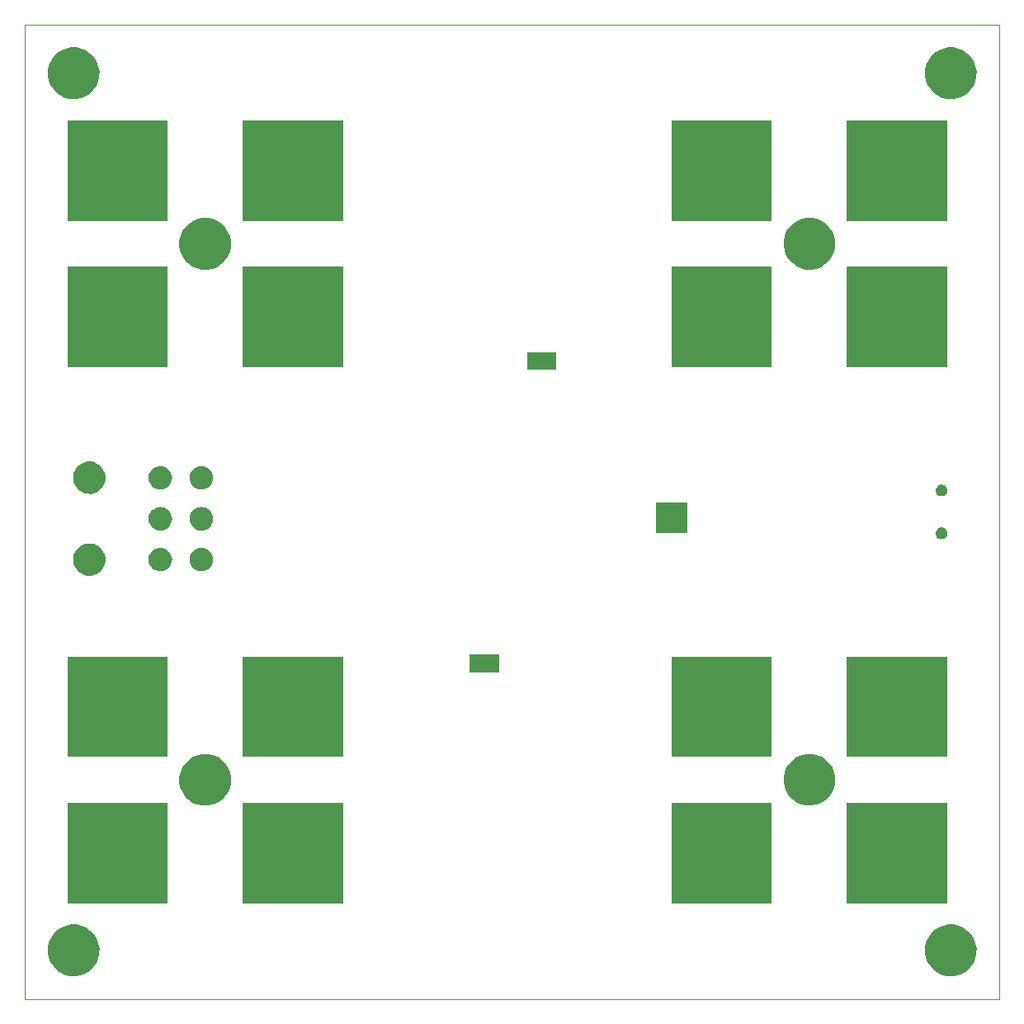
<source format=gbs>
G04 (created by PCBNEW (2013-mar-13)-testing) date Mon 22 Jul 2013 04:48:15 PM ICT*
%MOIN*%
G04 Gerber Fmt 3.4, Leading zero omitted, Abs format*
%FSLAX34Y34*%
G01*
G70*
G90*
G04 APERTURE LIST*
%ADD10C,0.00393701*%
G04 APERTURE END LIST*
G54D10*
X38779Y-61023D02*
X78149Y-61023D01*
X78149Y-61023D02*
X78149Y-21653D01*
X78149Y-21653D02*
X38779Y-21653D01*
X38779Y-21653D02*
X38779Y-61023D01*
G36*
X41792Y-23521D02*
X41789Y-23752D01*
X41743Y-23954D01*
X41661Y-24139D01*
X41541Y-24308D01*
X41395Y-24448D01*
X41219Y-24559D01*
X41031Y-24632D01*
X40827Y-24668D01*
X40625Y-24664D01*
X40422Y-24619D01*
X40237Y-24538D01*
X40066Y-24420D01*
X39926Y-24275D01*
X39813Y-24100D01*
X39739Y-23912D01*
X39702Y-23708D01*
X39704Y-23506D01*
X39748Y-23303D01*
X39827Y-23117D01*
X39945Y-22946D01*
X40089Y-22805D01*
X40263Y-22691D01*
X40450Y-22615D01*
X40654Y-22576D01*
X40855Y-22578D01*
X41060Y-22620D01*
X41245Y-22697D01*
X41418Y-22814D01*
X41560Y-22957D01*
X41675Y-23131D01*
X41752Y-23316D01*
X41792Y-23521D01*
X41792Y-23521D01*
G37*
G36*
X41792Y-58954D02*
X41789Y-59185D01*
X41743Y-59387D01*
X41661Y-59572D01*
X41541Y-59741D01*
X41395Y-59881D01*
X41219Y-59992D01*
X41031Y-60065D01*
X40827Y-60101D01*
X40625Y-60097D01*
X40422Y-60052D01*
X40237Y-59971D01*
X40066Y-59853D01*
X39926Y-59708D01*
X39813Y-59533D01*
X39739Y-59345D01*
X39702Y-59141D01*
X39704Y-58939D01*
X39748Y-58736D01*
X39827Y-58551D01*
X39945Y-58379D01*
X40089Y-58238D01*
X40263Y-58124D01*
X40450Y-58048D01*
X40654Y-58009D01*
X40855Y-58011D01*
X41060Y-58053D01*
X41245Y-58131D01*
X41418Y-58247D01*
X41560Y-58390D01*
X41675Y-58564D01*
X41752Y-58749D01*
X41792Y-58954D01*
X41792Y-58954D01*
G37*
G36*
X42029Y-39898D02*
X42027Y-40041D01*
X41998Y-40168D01*
X41947Y-40282D01*
X41872Y-40389D01*
X41782Y-40475D01*
X41672Y-40545D01*
X41555Y-40590D01*
X41427Y-40613D01*
X41302Y-40610D01*
X41175Y-40582D01*
X41061Y-40532D01*
X40953Y-40458D01*
X40867Y-40368D01*
X40796Y-40258D01*
X40750Y-40142D01*
X40727Y-40014D01*
X40728Y-39889D01*
X40755Y-39761D01*
X40804Y-39647D01*
X40878Y-39539D01*
X40967Y-39452D01*
X41077Y-39380D01*
X41192Y-39334D01*
X41321Y-39309D01*
X41445Y-39310D01*
X41573Y-39337D01*
X41688Y-39385D01*
X41796Y-39458D01*
X41884Y-39546D01*
X41956Y-39655D01*
X42004Y-39770D01*
X42004Y-39772D01*
X42029Y-39898D01*
X42029Y-39898D01*
G37*
G36*
X42029Y-43204D02*
X42027Y-43347D01*
X41998Y-43474D01*
X41947Y-43588D01*
X41872Y-43695D01*
X41782Y-43781D01*
X41672Y-43851D01*
X41555Y-43896D01*
X41427Y-43919D01*
X41302Y-43916D01*
X41175Y-43888D01*
X41061Y-43838D01*
X40953Y-43764D01*
X40867Y-43674D01*
X40796Y-43564D01*
X40750Y-43448D01*
X40727Y-43320D01*
X40728Y-43195D01*
X40755Y-43067D01*
X40804Y-42953D01*
X40878Y-42845D01*
X40967Y-42758D01*
X41077Y-42686D01*
X41192Y-42640D01*
X41321Y-42615D01*
X41445Y-42616D01*
X41573Y-42643D01*
X41688Y-42691D01*
X41796Y-42764D01*
X41884Y-42852D01*
X41956Y-42961D01*
X42004Y-43076D01*
X42004Y-43078D01*
X42029Y-43204D01*
X42029Y-43204D01*
G37*
G36*
X44547Y-29586D02*
X40491Y-29586D01*
X40491Y-25531D01*
X44547Y-25531D01*
X44547Y-29586D01*
X44547Y-29586D01*
G37*
G36*
X44547Y-35492D02*
X40491Y-35492D01*
X40491Y-31436D01*
X44547Y-31436D01*
X44547Y-35492D01*
X44547Y-35492D01*
G37*
G36*
X44547Y-51240D02*
X40491Y-51240D01*
X40491Y-47184D01*
X44547Y-47184D01*
X44547Y-51240D01*
X44547Y-51240D01*
G37*
G36*
X44547Y-57146D02*
X40491Y-57146D01*
X40491Y-53090D01*
X44547Y-53090D01*
X44547Y-57146D01*
X44547Y-57146D01*
G37*
G36*
X44726Y-39962D02*
X44726Y-39966D01*
X44725Y-39969D01*
X44725Y-39970D01*
X44715Y-40061D01*
X44715Y-40061D01*
X44715Y-40062D01*
X44687Y-40149D01*
X44642Y-40230D01*
X44583Y-40301D01*
X44511Y-40359D01*
X44430Y-40402D01*
X44341Y-40428D01*
X44249Y-40436D01*
X44157Y-40426D01*
X44069Y-40399D01*
X43988Y-40355D01*
X43917Y-40296D01*
X43858Y-40225D01*
X43815Y-40143D01*
X43788Y-40055D01*
X43779Y-39959D01*
X43779Y-39955D01*
X43779Y-39952D01*
X43779Y-39952D01*
X43790Y-39860D01*
X43790Y-39860D01*
X43790Y-39860D01*
X43817Y-39772D01*
X43862Y-39691D01*
X43921Y-39620D01*
X43993Y-39562D01*
X44075Y-39520D01*
X44164Y-39494D01*
X44255Y-39485D01*
X44347Y-39495D01*
X44435Y-39522D01*
X44517Y-39566D01*
X44588Y-39625D01*
X44646Y-39697D01*
X44690Y-39778D01*
X44716Y-39866D01*
X44726Y-39962D01*
X44726Y-39962D01*
G37*
G36*
X44726Y-41615D02*
X44726Y-41619D01*
X44725Y-41622D01*
X44725Y-41623D01*
X44715Y-41714D01*
X44715Y-41714D01*
X44715Y-41715D01*
X44687Y-41802D01*
X44642Y-41883D01*
X44583Y-41954D01*
X44511Y-42012D01*
X44430Y-42055D01*
X44341Y-42081D01*
X44249Y-42089D01*
X44157Y-42079D01*
X44069Y-42052D01*
X43988Y-42008D01*
X43917Y-41949D01*
X43858Y-41878D01*
X43815Y-41796D01*
X43788Y-41708D01*
X43779Y-41612D01*
X43779Y-41608D01*
X43779Y-41605D01*
X43779Y-41605D01*
X43790Y-41513D01*
X43790Y-41513D01*
X43790Y-41513D01*
X43817Y-41425D01*
X43862Y-41344D01*
X43921Y-41273D01*
X43993Y-41215D01*
X44075Y-41173D01*
X44164Y-41147D01*
X44255Y-41138D01*
X44347Y-41148D01*
X44435Y-41175D01*
X44517Y-41219D01*
X44588Y-41278D01*
X44646Y-41350D01*
X44690Y-41431D01*
X44716Y-41519D01*
X44726Y-41615D01*
X44726Y-41615D01*
G37*
G36*
X44726Y-43268D02*
X44726Y-43272D01*
X44725Y-43275D01*
X44725Y-43276D01*
X44715Y-43367D01*
X44715Y-43367D01*
X44715Y-43368D01*
X44687Y-43455D01*
X44642Y-43536D01*
X44583Y-43607D01*
X44511Y-43665D01*
X44430Y-43708D01*
X44341Y-43734D01*
X44249Y-43742D01*
X44157Y-43732D01*
X44069Y-43705D01*
X43988Y-43661D01*
X43917Y-43602D01*
X43858Y-43531D01*
X43815Y-43449D01*
X43788Y-43361D01*
X43779Y-43265D01*
X43779Y-43261D01*
X43779Y-43258D01*
X43779Y-43258D01*
X43790Y-43166D01*
X43790Y-43166D01*
X43790Y-43166D01*
X43817Y-43078D01*
X43862Y-42997D01*
X43921Y-42926D01*
X43993Y-42868D01*
X44075Y-42826D01*
X44164Y-42800D01*
X44255Y-42791D01*
X44347Y-42801D01*
X44435Y-42828D01*
X44517Y-42872D01*
X44588Y-42931D01*
X44646Y-43003D01*
X44690Y-43084D01*
X44716Y-43172D01*
X44726Y-43268D01*
X44726Y-43268D01*
G37*
G36*
X46378Y-39962D02*
X46378Y-39966D01*
X46377Y-39969D01*
X46377Y-39970D01*
X46367Y-40061D01*
X46367Y-40061D01*
X46367Y-40062D01*
X46339Y-40149D01*
X46294Y-40230D01*
X46235Y-40301D01*
X46163Y-40359D01*
X46082Y-40402D01*
X45993Y-40428D01*
X45901Y-40436D01*
X45809Y-40426D01*
X45721Y-40399D01*
X45640Y-40355D01*
X45569Y-40296D01*
X45510Y-40225D01*
X45467Y-40143D01*
X45440Y-40055D01*
X45431Y-39959D01*
X45431Y-39955D01*
X45431Y-39952D01*
X45431Y-39952D01*
X45442Y-39860D01*
X45442Y-39860D01*
X45442Y-39860D01*
X45469Y-39772D01*
X45514Y-39691D01*
X45573Y-39620D01*
X45645Y-39562D01*
X45727Y-39520D01*
X45816Y-39494D01*
X45907Y-39485D01*
X45999Y-39495D01*
X46087Y-39522D01*
X46169Y-39566D01*
X46240Y-39625D01*
X46298Y-39697D01*
X46342Y-39778D01*
X46368Y-39866D01*
X46378Y-39962D01*
X46378Y-39962D01*
G37*
G36*
X46378Y-41615D02*
X46378Y-41619D01*
X46377Y-41622D01*
X46377Y-41623D01*
X46367Y-41714D01*
X46367Y-41714D01*
X46367Y-41715D01*
X46339Y-41802D01*
X46294Y-41883D01*
X46235Y-41954D01*
X46163Y-42012D01*
X46082Y-42055D01*
X45993Y-42081D01*
X45901Y-42089D01*
X45809Y-42079D01*
X45721Y-42052D01*
X45640Y-42008D01*
X45569Y-41949D01*
X45510Y-41878D01*
X45467Y-41796D01*
X45440Y-41708D01*
X45431Y-41612D01*
X45431Y-41608D01*
X45431Y-41605D01*
X45431Y-41605D01*
X45442Y-41513D01*
X45442Y-41513D01*
X45442Y-41513D01*
X45469Y-41425D01*
X45514Y-41344D01*
X45573Y-41273D01*
X45645Y-41215D01*
X45727Y-41173D01*
X45816Y-41147D01*
X45907Y-41138D01*
X45999Y-41148D01*
X46087Y-41175D01*
X46169Y-41219D01*
X46240Y-41278D01*
X46298Y-41350D01*
X46342Y-41431D01*
X46368Y-41519D01*
X46378Y-41615D01*
X46378Y-41615D01*
G37*
G36*
X46378Y-43268D02*
X46378Y-43272D01*
X46377Y-43275D01*
X46377Y-43276D01*
X46367Y-43367D01*
X46367Y-43367D01*
X46367Y-43368D01*
X46339Y-43455D01*
X46294Y-43536D01*
X46235Y-43607D01*
X46163Y-43665D01*
X46082Y-43708D01*
X45993Y-43734D01*
X45901Y-43742D01*
X45809Y-43732D01*
X45721Y-43705D01*
X45640Y-43661D01*
X45569Y-43602D01*
X45510Y-43531D01*
X45467Y-43449D01*
X45440Y-43361D01*
X45431Y-43265D01*
X45431Y-43261D01*
X45431Y-43258D01*
X45431Y-43258D01*
X45442Y-43166D01*
X45442Y-43166D01*
X45442Y-43166D01*
X45469Y-43078D01*
X45514Y-42997D01*
X45573Y-42926D01*
X45645Y-42868D01*
X45727Y-42826D01*
X45816Y-42800D01*
X45907Y-42791D01*
X45999Y-42801D01*
X46087Y-42828D01*
X46169Y-42872D01*
X46240Y-42931D01*
X46298Y-43003D01*
X46342Y-43084D01*
X46368Y-43172D01*
X46378Y-43268D01*
X46378Y-43268D01*
G37*
G36*
X47107Y-30410D02*
X47104Y-30641D01*
X47058Y-30844D01*
X46976Y-31028D01*
X46856Y-31198D01*
X46710Y-31337D01*
X46534Y-31449D01*
X46346Y-31522D01*
X46141Y-31558D01*
X45940Y-31554D01*
X45737Y-31509D01*
X45552Y-31428D01*
X45381Y-31309D01*
X45241Y-31164D01*
X45128Y-30990D01*
X45054Y-30802D01*
X45017Y-30597D01*
X45019Y-30396D01*
X45063Y-30192D01*
X45142Y-30007D01*
X45260Y-29835D01*
X45404Y-29695D01*
X45578Y-29580D01*
X45764Y-29505D01*
X45969Y-29466D01*
X46170Y-29467D01*
X46375Y-29509D01*
X46560Y-29587D01*
X46733Y-29704D01*
X46875Y-29847D01*
X46990Y-30020D01*
X47067Y-30206D01*
X47107Y-30410D01*
X47107Y-30410D01*
G37*
G36*
X47107Y-52064D02*
X47104Y-52295D01*
X47058Y-52497D01*
X46976Y-52682D01*
X46856Y-52852D01*
X46710Y-52991D01*
X46534Y-53102D01*
X46346Y-53175D01*
X46141Y-53211D01*
X45940Y-53207D01*
X45737Y-53162D01*
X45552Y-53082D01*
X45381Y-52963D01*
X45241Y-52818D01*
X45128Y-52643D01*
X45054Y-52456D01*
X45017Y-52251D01*
X45019Y-52050D01*
X45063Y-51846D01*
X45142Y-51661D01*
X45260Y-51489D01*
X45404Y-51348D01*
X45578Y-51234D01*
X45764Y-51159D01*
X45969Y-51120D01*
X46170Y-51121D01*
X46375Y-51163D01*
X46560Y-51241D01*
X46733Y-51357D01*
X46875Y-51500D01*
X46990Y-51674D01*
X47067Y-51860D01*
X47107Y-52064D01*
X47107Y-52064D01*
G37*
G36*
X51634Y-29586D02*
X47578Y-29586D01*
X47578Y-25531D01*
X51634Y-25531D01*
X51634Y-29586D01*
X51634Y-29586D01*
G37*
G36*
X51634Y-35492D02*
X47578Y-35492D01*
X47578Y-31436D01*
X51634Y-31436D01*
X51634Y-35492D01*
X51634Y-35492D01*
G37*
G36*
X51634Y-51240D02*
X47578Y-51240D01*
X47578Y-47184D01*
X51634Y-47184D01*
X51634Y-51240D01*
X51634Y-51240D01*
G37*
G36*
X51634Y-57146D02*
X47578Y-57146D01*
X47578Y-53090D01*
X51634Y-53090D01*
X51634Y-57146D01*
X51634Y-57146D01*
G37*
G36*
X57933Y-47835D02*
X56751Y-47835D01*
X56751Y-47105D01*
X57933Y-47105D01*
X57933Y-47835D01*
X57933Y-47835D01*
G37*
G36*
X60256Y-35610D02*
X59074Y-35610D01*
X59074Y-34881D01*
X60256Y-34881D01*
X60256Y-35610D01*
X60256Y-35610D01*
G37*
G36*
X65551Y-42205D02*
X64570Y-42205D01*
X64563Y-42205D01*
X64290Y-42205D01*
X64290Y-40964D01*
X65551Y-40964D01*
X65551Y-42205D01*
X65551Y-42205D01*
G37*
G36*
X68957Y-29586D02*
X64901Y-29586D01*
X64901Y-25531D01*
X68957Y-25531D01*
X68957Y-29586D01*
X68957Y-29586D01*
G37*
G36*
X68957Y-35492D02*
X64901Y-35492D01*
X64901Y-31436D01*
X68957Y-31436D01*
X68957Y-35492D01*
X68957Y-35492D01*
G37*
G36*
X68957Y-51240D02*
X64901Y-51240D01*
X64901Y-47184D01*
X68957Y-47184D01*
X68957Y-51240D01*
X68957Y-51240D01*
G37*
G36*
X68957Y-57146D02*
X64901Y-57146D01*
X64901Y-53090D01*
X68957Y-53090D01*
X68957Y-57146D01*
X68957Y-57146D01*
G37*
G36*
X71517Y-30410D02*
X71513Y-30641D01*
X71467Y-30844D01*
X71385Y-31028D01*
X71265Y-31198D01*
X71119Y-31337D01*
X70944Y-31449D01*
X70756Y-31522D01*
X70551Y-31558D01*
X70349Y-31554D01*
X70146Y-31509D01*
X69961Y-31428D01*
X69791Y-31309D01*
X69650Y-31164D01*
X69538Y-30990D01*
X69464Y-30802D01*
X69426Y-30597D01*
X69429Y-30396D01*
X69472Y-30192D01*
X69551Y-30007D01*
X69669Y-29835D01*
X69813Y-29695D01*
X69987Y-29580D01*
X70174Y-29505D01*
X70379Y-29466D01*
X70580Y-29467D01*
X70784Y-29509D01*
X70969Y-29587D01*
X71142Y-29704D01*
X71284Y-29847D01*
X71399Y-30020D01*
X71476Y-30206D01*
X71517Y-30410D01*
X71517Y-30410D01*
G37*
G36*
X71517Y-52064D02*
X71513Y-52295D01*
X71467Y-52497D01*
X71385Y-52682D01*
X71265Y-52852D01*
X71119Y-52991D01*
X70944Y-53102D01*
X70756Y-53175D01*
X70551Y-53211D01*
X70349Y-53207D01*
X70146Y-53162D01*
X69961Y-53082D01*
X69791Y-52963D01*
X69650Y-52818D01*
X69538Y-52643D01*
X69464Y-52456D01*
X69426Y-52251D01*
X69429Y-52050D01*
X69472Y-51846D01*
X69551Y-51661D01*
X69669Y-51489D01*
X69813Y-51348D01*
X69987Y-51234D01*
X70174Y-51159D01*
X70379Y-51120D01*
X70580Y-51121D01*
X70784Y-51163D01*
X70969Y-51241D01*
X71142Y-51357D01*
X71284Y-51500D01*
X71399Y-51674D01*
X71476Y-51860D01*
X71517Y-52064D01*
X71517Y-52064D01*
G37*
G36*
X76043Y-29586D02*
X71987Y-29586D01*
X71987Y-25531D01*
X76043Y-25531D01*
X76043Y-29586D01*
X76043Y-29586D01*
G37*
G36*
X76043Y-35492D02*
X71987Y-35492D01*
X71987Y-31436D01*
X76043Y-31436D01*
X76043Y-35492D01*
X76043Y-35492D01*
G37*
G36*
X76043Y-51240D02*
X71987Y-51240D01*
X71987Y-47184D01*
X76043Y-47184D01*
X76043Y-51240D01*
X76043Y-51240D01*
G37*
G36*
X76043Y-57146D02*
X71987Y-57146D01*
X71987Y-53090D01*
X76043Y-53090D01*
X76043Y-57146D01*
X76043Y-57146D01*
G37*
G36*
X76045Y-40450D02*
X76044Y-40501D01*
X76033Y-40549D01*
X76015Y-40589D01*
X75987Y-40629D01*
X75955Y-40659D01*
X75913Y-40685D01*
X75873Y-40701D01*
X75824Y-40710D01*
X75781Y-40709D01*
X75732Y-40698D01*
X75692Y-40681D01*
X75652Y-40653D01*
X75622Y-40621D01*
X75595Y-40580D01*
X75579Y-40539D01*
X75570Y-40490D01*
X75570Y-40447D01*
X75581Y-40398D01*
X75598Y-40359D01*
X75626Y-40318D01*
X75657Y-40287D01*
X75698Y-40260D01*
X75738Y-40244D01*
X75787Y-40235D01*
X75830Y-40235D01*
X75880Y-40245D01*
X75919Y-40262D01*
X75961Y-40290D01*
X75991Y-40320D01*
X76019Y-40362D01*
X76035Y-40401D01*
X76045Y-40450D01*
X76045Y-40450D01*
G37*
G36*
X76045Y-42182D02*
X76044Y-42233D01*
X76033Y-42281D01*
X76015Y-42321D01*
X75987Y-42361D01*
X75955Y-42391D01*
X75913Y-42417D01*
X75873Y-42433D01*
X75824Y-42442D01*
X75781Y-42441D01*
X75732Y-42430D01*
X75692Y-42413D01*
X75652Y-42385D01*
X75622Y-42353D01*
X75595Y-42312D01*
X75579Y-42271D01*
X75570Y-42222D01*
X75570Y-42179D01*
X75581Y-42130D01*
X75598Y-42091D01*
X75626Y-42050D01*
X75657Y-42019D01*
X75698Y-41992D01*
X75738Y-41976D01*
X75787Y-41967D01*
X75830Y-41967D01*
X75880Y-41977D01*
X75919Y-41994D01*
X75961Y-42022D01*
X75991Y-42052D01*
X76019Y-42094D01*
X76035Y-42133D01*
X76045Y-42182D01*
X76045Y-42182D01*
G37*
G36*
X77225Y-23521D02*
X77222Y-23752D01*
X77176Y-23954D01*
X77094Y-24139D01*
X76974Y-24308D01*
X76828Y-24448D01*
X76652Y-24559D01*
X76464Y-24632D01*
X76260Y-24668D01*
X76058Y-24664D01*
X75855Y-24619D01*
X75670Y-24538D01*
X75499Y-24420D01*
X75359Y-24275D01*
X75246Y-24100D01*
X75172Y-23912D01*
X75135Y-23708D01*
X75137Y-23506D01*
X75181Y-23303D01*
X75260Y-23117D01*
X75378Y-22946D01*
X75522Y-22805D01*
X75696Y-22691D01*
X75883Y-22615D01*
X76087Y-22576D01*
X76289Y-22578D01*
X76493Y-22620D01*
X76678Y-22697D01*
X76851Y-22814D01*
X76993Y-22957D01*
X77108Y-23131D01*
X77185Y-23316D01*
X77225Y-23521D01*
X77225Y-23521D01*
G37*
G36*
X77225Y-58954D02*
X77222Y-59185D01*
X77176Y-59387D01*
X77094Y-59572D01*
X76974Y-59741D01*
X76828Y-59881D01*
X76652Y-59992D01*
X76464Y-60065D01*
X76260Y-60101D01*
X76058Y-60097D01*
X75855Y-60052D01*
X75670Y-59971D01*
X75499Y-59853D01*
X75359Y-59708D01*
X75246Y-59533D01*
X75172Y-59345D01*
X75135Y-59141D01*
X75137Y-58939D01*
X75181Y-58736D01*
X75260Y-58551D01*
X75378Y-58379D01*
X75522Y-58238D01*
X75696Y-58124D01*
X75883Y-58048D01*
X76087Y-58009D01*
X76289Y-58011D01*
X76493Y-58053D01*
X76678Y-58131D01*
X76851Y-58247D01*
X76993Y-58390D01*
X77108Y-58564D01*
X77185Y-58749D01*
X77225Y-58954D01*
X77225Y-58954D01*
G37*
M02*

</source>
